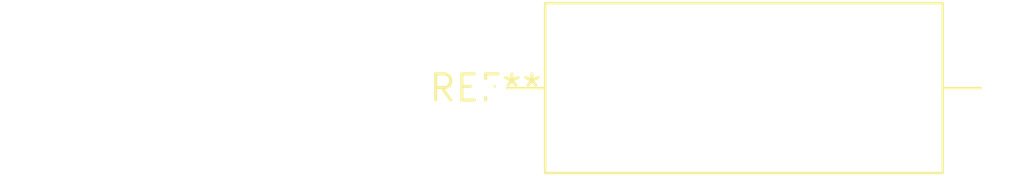
<source format=kicad_pcb>
(kicad_pcb (version 20240108) (generator pcbnew)
  (layers (0 "F.Cu" signal) (31 "B.Cu" signal) (34 "B.Paste" user) (35 "F.Paste" user) (36 "B.SilkS" user "B.Silkscreen") (37 "F.SilkS" user "F.Silkscreen") (38 "B.Mask" user) (39 "F.Mask" user) (44 "Edge.Cuts" user))
  (net 0 "")
  (footprint "C_Axial_L19.0mm_D8.0mm_P25.00mm_Horizontal" (layer "F.Cu") (at 0 0)
    (property "Reference" "REF**")
    (property "Value" "C_Axial_L19.0mm_D8.0mm_P25.00mm_Horizontal")
    (fp_line (start 1.04 0) (end 2.88 0) (layer "F.SilkS") (stroke (width 0.12)))
    (fp_line (start 2.88 -4.12) (end 2.88 4.12) (layer "F.SilkS") (stroke (width 0.12)))
    (fp_line (start 2.88 4.12) (end 22.12 4.12) (layer "F.SilkS") (stroke (width 0.12)))
    (fp_line (start 22.12 -4.12) (end 2.88 -4.12) (layer "F.SilkS") (stroke (width 0.12)))
    (fp_line (start 22.12 4.12) (end 22.12 -4.12) (layer "F.SilkS") (stroke (width 0.12)))
    (fp_line (start 23.96 0) (end 22.12 0) (layer "F.SilkS") (stroke (width 0.12)))
    (pad "1" thru_hole circle (at 0 0) (size 1.6 1.6) (drill 0.8) (layers *.Cu *.Mask) (remove_unused_layers))
    (pad "2" thru_hole oval (at 25 0) (size 1.6 1.6) (drill 0.8) (layers *.Cu *.Mask) (remove_unused_layers))
  )
)
</source>
